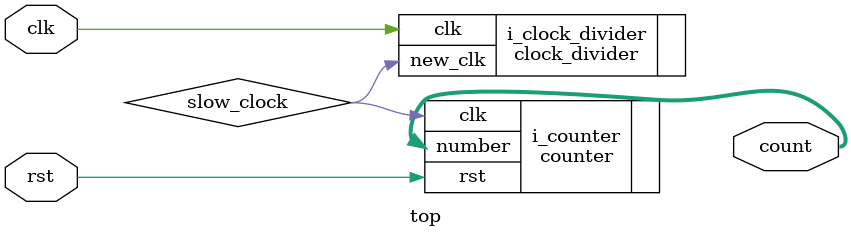
<source format=v>

module top(
    input clk,
    input rst,
    output [7:0] count
);
wire slow_clock;

clock_divider i_clock_divider(
    .clk(clk),
    .new_clk(slow_clock)
);

//instantiate your counter here

counter i_counter(
    .clk(slow_clock),
    .rst(rst),
    .number(count)
);


endmodule
</source>
